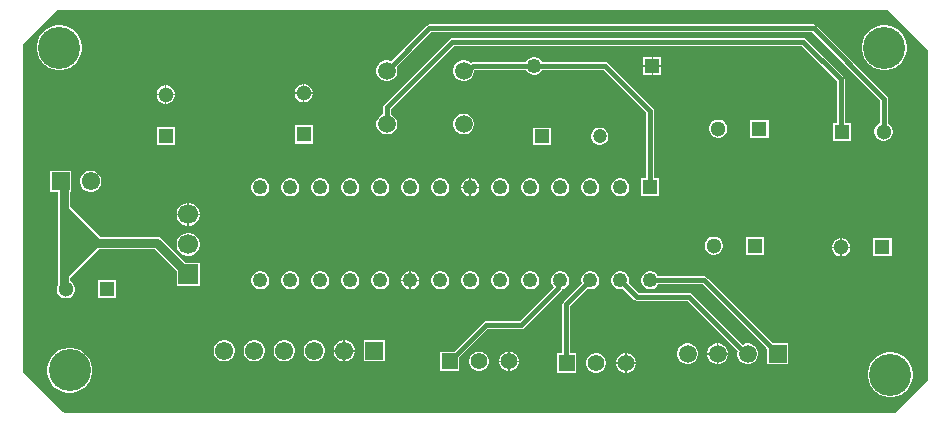
<source format=gtl>
G04*
G04 #@! TF.GenerationSoftware,Altium Limited,Altium Designer,23.4.1 (23)*
G04*
G04 Layer_Physical_Order=1*
G04 Layer_Color=255*
%FSLAX44Y44*%
%MOMM*%
G71*
G04*
G04 #@! TF.SameCoordinates,25470DFE-9127-4010-A817-713BFABC8644*
G04*
G04*
G04 #@! TF.FilePolarity,Positive*
G04*
G01*
G75*
%ADD14C,0.2540*%
%ADD22C,1.3000*%
%ADD23R,1.3000X1.3000*%
%ADD26R,1.3000X1.3000*%
%ADD27C,1.2500*%
%ADD28R,1.2500X1.2500*%
%ADD33C,1.5500*%
%ADD34R,1.5500X1.5500*%
%ADD35C,0.7620*%
%ADD36C,0.3810*%
%ADD37C,3.5560*%
%ADD38C,1.5000*%
%ADD39R,1.5000X1.5000*%
%ADD40R,1.2500X1.2500*%
%ADD41C,1.7000*%
%ADD42R,1.7000X1.7000*%
%ADD43C,1.4000*%
%ADD44R,1.4000X1.4000*%
%ADD45R,1.2000X1.2000*%
%ADD46C,1.2000*%
G36*
X1025391Y865295D02*
Y586315D01*
X997375Y558299D01*
X294971D01*
X291931Y559312D01*
X258579Y592665D01*
Y870375D01*
X287865Y899661D01*
X991025D01*
X1025391Y865295D01*
D02*
G37*
%LPC*%
G36*
X692670Y859690D02*
X690690D01*
X688777Y859177D01*
X687063Y858187D01*
X685663Y856787D01*
X684866Y855407D01*
X639920D01*
X638681Y855161D01*
X637782Y854560D01*
X637325Y855018D01*
X635325Y856172D01*
X633095Y856770D01*
X630785D01*
X628555Y856172D01*
X626555Y855018D01*
X624922Y853385D01*
X623768Y851385D01*
X623170Y849155D01*
Y846845D01*
X623768Y844615D01*
X624922Y842615D01*
X626555Y840982D01*
X628555Y839828D01*
X630785Y839230D01*
X633095D01*
X635325Y839828D01*
X637325Y840982D01*
X638958Y842615D01*
X640112Y844615D01*
X640710Y846845D01*
Y848382D01*
X641261Y848933D01*
X684866D01*
X685663Y847553D01*
X687063Y846152D01*
X688777Y845163D01*
X690690Y844650D01*
X692670D01*
X694583Y845163D01*
X696297Y846152D01*
X697698Y847553D01*
X698494Y848933D01*
X750499D01*
X786703Y812729D01*
Y756820D01*
X782420D01*
Y741780D01*
X797460D01*
Y756820D01*
X793177D01*
Y814070D01*
X792931Y815309D01*
X792229Y816359D01*
X754129Y854459D01*
X753079Y855161D01*
X751840Y855407D01*
X698494D01*
X697698Y856787D01*
X696297Y858187D01*
X694583Y859177D01*
X692670Y859690D01*
D02*
G37*
G36*
X799200D02*
X792315D01*
Y852805D01*
X799200D01*
Y859690D01*
D02*
G37*
G36*
X791045D02*
X784160D01*
Y852805D01*
X791045D01*
Y859690D01*
D02*
G37*
G36*
X989936Y886460D02*
X986184D01*
X982503Y885728D01*
X979036Y884292D01*
X975916Y882207D01*
X973263Y879554D01*
X971178Y876434D01*
X969742Y872967D01*
X969010Y869286D01*
Y865534D01*
X969742Y861853D01*
X971178Y858386D01*
X973263Y855266D01*
X975916Y852613D01*
X979036Y850528D01*
X982503Y849092D01*
X986184Y848360D01*
X989936D01*
X993617Y849092D01*
X997084Y850528D01*
X1000204Y852613D01*
X1002857Y855266D01*
X1004942Y858386D01*
X1006378Y861853D01*
X1007110Y865534D01*
Y869286D01*
X1006378Y872967D01*
X1004942Y876434D01*
X1002857Y879554D01*
X1000204Y882207D01*
X997084Y884292D01*
X993617Y885728D01*
X989936Y886460D01*
D02*
G37*
G36*
X291436D02*
X287684D01*
X284003Y885728D01*
X280536Y884292D01*
X277416Y882207D01*
X274763Y879554D01*
X272678Y876434D01*
X271242Y872967D01*
X270510Y869286D01*
Y865534D01*
X271242Y861853D01*
X272678Y858386D01*
X274763Y855266D01*
X277416Y852613D01*
X280536Y850528D01*
X284003Y849092D01*
X287684Y848360D01*
X291436D01*
X295117Y849092D01*
X298584Y850528D01*
X301704Y852613D01*
X304357Y855266D01*
X306442Y858386D01*
X307878Y861853D01*
X308610Y865534D01*
Y869286D01*
X307878Y872967D01*
X306442Y876434D01*
X304357Y879554D01*
X301704Y882207D01*
X298584Y884292D01*
X295117Y885728D01*
X291436Y886460D01*
D02*
G37*
G36*
X799200Y851535D02*
X792315D01*
Y844650D01*
X799200D01*
Y851535D01*
D02*
G37*
G36*
X791045D02*
X784160D01*
Y844650D01*
X791045D01*
Y851535D01*
D02*
G37*
G36*
X497593Y836800D02*
X497205D01*
Y829665D01*
X504340D01*
Y830053D01*
X503811Y832029D01*
X502788Y833801D01*
X501341Y835247D01*
X499569Y836271D01*
X497593Y836800D01*
D02*
G37*
G36*
X495935D02*
X495547D01*
X493571Y836271D01*
X491799Y835247D01*
X490353Y833801D01*
X489329Y832029D01*
X488800Y830053D01*
Y829665D01*
X495935D01*
Y836800D01*
D02*
G37*
G36*
X380753Y835530D02*
X380365D01*
Y828395D01*
X387500D01*
Y828783D01*
X386970Y830759D01*
X385947Y832531D01*
X384501Y833978D01*
X382729Y835001D01*
X380753Y835530D01*
D02*
G37*
G36*
X379095D02*
X378707D01*
X376731Y835001D01*
X374959Y833978D01*
X373512Y832531D01*
X372490Y830759D01*
X371960Y828783D01*
Y828395D01*
X379095D01*
Y835530D01*
D02*
G37*
G36*
X504340Y828395D02*
X497205D01*
Y821260D01*
X497593D01*
X499569Y821789D01*
X501341Y822812D01*
X502788Y824259D01*
X503811Y826031D01*
X504340Y828007D01*
Y828395D01*
D02*
G37*
G36*
X495935D02*
X488800D01*
Y828007D01*
X489329Y826031D01*
X490353Y824259D01*
X491799Y822812D01*
X493571Y821789D01*
X495547Y821260D01*
X495935D01*
Y828395D01*
D02*
G37*
G36*
X387500Y827125D02*
X380365D01*
Y819990D01*
X380753D01*
X382729Y820519D01*
X384501Y821543D01*
X385947Y822989D01*
X386970Y824761D01*
X387500Y826737D01*
Y827125D01*
D02*
G37*
G36*
X379095D02*
X371960D01*
Y826737D01*
X372490Y824761D01*
X373512Y822989D01*
X374959Y821543D01*
X376731Y820519D01*
X378707Y819990D01*
X379095D01*
Y827125D01*
D02*
G37*
G36*
X633095Y811770D02*
X630785D01*
X628555Y811172D01*
X626555Y810018D01*
X624922Y808385D01*
X623768Y806385D01*
X623170Y804155D01*
Y801845D01*
X623768Y799615D01*
X624922Y797615D01*
X626555Y795982D01*
X628555Y794828D01*
X630785Y794230D01*
X633095D01*
X635325Y794828D01*
X637325Y795982D01*
X638958Y797615D01*
X640112Y799615D01*
X640710Y801845D01*
Y804155D01*
X640112Y806385D01*
X638958Y808385D01*
X637325Y810018D01*
X635325Y811172D01*
X633095Y811770D01*
D02*
G37*
G36*
X890140Y806600D02*
X874600D01*
Y791060D01*
X890140D01*
Y806600D01*
D02*
G37*
G36*
X848393D02*
X846347D01*
X844371Y806070D01*
X842599Y805048D01*
X841152Y803601D01*
X840129Y801829D01*
X839600Y799853D01*
Y797807D01*
X840129Y795831D01*
X841152Y794059D01*
X842599Y792613D01*
X844371Y791590D01*
X846347Y791060D01*
X848393D01*
X850369Y791590D01*
X852141Y792613D01*
X853587Y794059D01*
X854611Y795831D01*
X855140Y797807D01*
Y799853D01*
X854611Y801829D01*
X853587Y803601D01*
X852141Y805048D01*
X850369Y806070D01*
X848393Y806600D01*
D02*
G37*
G36*
X928370Y887157D02*
X602860D01*
X601621Y886911D01*
X600571Y886209D01*
X570458Y856096D01*
X570325Y856172D01*
X568095Y856770D01*
X565785D01*
X563555Y856172D01*
X561555Y855018D01*
X559922Y853385D01*
X558768Y851385D01*
X558170Y849155D01*
Y846845D01*
X558768Y844615D01*
X559922Y842615D01*
X561555Y840982D01*
X563555Y839828D01*
X565785Y839230D01*
X568095D01*
X570325Y839828D01*
X572325Y840982D01*
X573958Y842615D01*
X575112Y844615D01*
X575710Y846845D01*
Y849155D01*
X575112Y851385D01*
X575036Y851518D01*
X604201Y880683D01*
X927029D01*
X984823Y822889D01*
Y803617D01*
X984501Y803531D01*
X982729Y802507D01*
X981282Y801061D01*
X980259Y799289D01*
X979730Y797313D01*
Y795267D01*
X980259Y793291D01*
X981282Y791519D01*
X982729Y790072D01*
X984501Y789050D01*
X986477Y788520D01*
X988523D01*
X990499Y789050D01*
X992271Y790072D01*
X993717Y791519D01*
X994741Y793291D01*
X995270Y795267D01*
Y797313D01*
X994741Y799289D01*
X993717Y801061D01*
X992271Y802507D01*
X991297Y803070D01*
Y824230D01*
X991051Y825469D01*
X990349Y826519D01*
X930659Y886209D01*
X929609Y886911D01*
X928370Y887157D01*
D02*
G37*
G36*
X919480Y875727D02*
X622300D01*
X621061Y875481D01*
X620011Y874779D01*
X564651Y819419D01*
X563949Y818369D01*
X563703Y817130D01*
Y811212D01*
X563555Y811172D01*
X561555Y810018D01*
X559922Y808385D01*
X558768Y806385D01*
X558170Y804155D01*
Y801845D01*
X558768Y799615D01*
X559922Y797615D01*
X561555Y795982D01*
X563555Y794828D01*
X565785Y794230D01*
X568095D01*
X570325Y794828D01*
X572325Y795982D01*
X573958Y797615D01*
X575112Y799615D01*
X575710Y801845D01*
Y804155D01*
X575112Y806385D01*
X573958Y808385D01*
X572325Y810018D01*
X570325Y811172D01*
X570177Y811212D01*
Y815789D01*
X623641Y869253D01*
X918139D01*
X947993Y839399D01*
Y804060D01*
X944730D01*
Y788520D01*
X960270D01*
Y804060D01*
X954467D01*
Y840740D01*
X954221Y841979D01*
X953519Y843029D01*
X921769Y874779D01*
X920719Y875481D01*
X919480Y875727D01*
D02*
G37*
G36*
X504340Y801800D02*
X488800D01*
Y786260D01*
X504340D01*
Y801800D01*
D02*
G37*
G36*
X747987Y799750D02*
X746073D01*
X744224Y799255D01*
X742566Y798297D01*
X741213Y796944D01*
X740255Y795286D01*
X739760Y793437D01*
Y791523D01*
X740255Y789674D01*
X741213Y788016D01*
X742566Y786663D01*
X744224Y785705D01*
X746073Y785210D01*
X747987D01*
X749836Y785705D01*
X751494Y786663D01*
X752847Y788016D01*
X753805Y789674D01*
X754300Y791523D01*
Y793437D01*
X753805Y795286D01*
X752847Y796944D01*
X751494Y798297D01*
X749836Y799255D01*
X747987Y799750D01*
D02*
G37*
G36*
X705500D02*
X690960D01*
Y785210D01*
X705500D01*
Y799750D01*
D02*
G37*
G36*
X387500Y800530D02*
X371960D01*
Y784990D01*
X387500D01*
Y800530D01*
D02*
G37*
G36*
X638530Y756820D02*
X638175D01*
Y749935D01*
X645060D01*
Y750290D01*
X644548Y752203D01*
X643558Y753917D01*
X642157Y755318D01*
X640443Y756308D01*
X638530Y756820D01*
D02*
G37*
G36*
X636905D02*
X636550D01*
X634637Y756308D01*
X632923Y755318D01*
X631522Y753917D01*
X630532Y752203D01*
X630020Y750290D01*
Y749935D01*
X636905D01*
Y756820D01*
D02*
G37*
G36*
X317418Y763400D02*
X315042D01*
X312748Y762785D01*
X310692Y761598D01*
X309012Y759918D01*
X307825Y757862D01*
X307210Y755567D01*
Y753193D01*
X307825Y750898D01*
X309012Y748842D01*
X310692Y747162D01*
X312748Y745975D01*
X315042Y745360D01*
X317418D01*
X319712Y745975D01*
X321768Y747162D01*
X323448Y748842D01*
X324635Y750898D01*
X325250Y753193D01*
Y755567D01*
X324635Y757862D01*
X323448Y759918D01*
X321768Y761598D01*
X319712Y762785D01*
X317418Y763400D01*
D02*
G37*
G36*
X765530Y756820D02*
X763550D01*
X761637Y756308D01*
X759923Y755318D01*
X758522Y753917D01*
X757533Y752203D01*
X757020Y750290D01*
Y748310D01*
X757533Y746397D01*
X758522Y744683D01*
X759923Y743282D01*
X761637Y742292D01*
X763550Y741780D01*
X765530D01*
X767443Y742292D01*
X769157Y743282D01*
X770557Y744683D01*
X771547Y746397D01*
X772060Y748310D01*
Y750290D01*
X771547Y752203D01*
X770557Y753917D01*
X769157Y755318D01*
X767443Y756308D01*
X765530Y756820D01*
D02*
G37*
G36*
X740130D02*
X738150D01*
X736237Y756308D01*
X734523Y755318D01*
X733122Y753917D01*
X732132Y752203D01*
X731620Y750290D01*
Y748310D01*
X732132Y746397D01*
X733122Y744683D01*
X734523Y743282D01*
X736237Y742292D01*
X738150Y741780D01*
X740130D01*
X742043Y742292D01*
X743757Y743282D01*
X745157Y744683D01*
X746148Y746397D01*
X746660Y748310D01*
Y750290D01*
X746148Y752203D01*
X745157Y753917D01*
X743757Y755318D01*
X742043Y756308D01*
X740130Y756820D01*
D02*
G37*
G36*
X714730D02*
X712750D01*
X710837Y756308D01*
X709123Y755318D01*
X707722Y753917D01*
X706732Y752203D01*
X706220Y750290D01*
Y748310D01*
X706732Y746397D01*
X707722Y744683D01*
X709123Y743282D01*
X710837Y742292D01*
X712750Y741780D01*
X714730D01*
X716643Y742292D01*
X718357Y743282D01*
X719758Y744683D01*
X720748Y746397D01*
X721260Y748310D01*
Y750290D01*
X720748Y752203D01*
X719758Y753917D01*
X718357Y755318D01*
X716643Y756308D01*
X714730Y756820D01*
D02*
G37*
G36*
X689330D02*
X687350D01*
X685437Y756308D01*
X683723Y755318D01*
X682322Y753917D01*
X681332Y752203D01*
X680820Y750290D01*
Y748310D01*
X681332Y746397D01*
X682322Y744683D01*
X683723Y743282D01*
X685437Y742292D01*
X687350Y741780D01*
X689330D01*
X691243Y742292D01*
X692957Y743282D01*
X694358Y744683D01*
X695348Y746397D01*
X695860Y748310D01*
Y750290D01*
X695348Y752203D01*
X694358Y753917D01*
X692957Y755318D01*
X691243Y756308D01*
X689330Y756820D01*
D02*
G37*
G36*
X663930D02*
X661950D01*
X660037Y756308D01*
X658323Y755318D01*
X656923Y753917D01*
X655932Y752203D01*
X655420Y750290D01*
Y748310D01*
X655932Y746397D01*
X656923Y744683D01*
X658323Y743282D01*
X660037Y742292D01*
X661950Y741780D01*
X663930D01*
X665843Y742292D01*
X667557Y743282D01*
X668958Y744683D01*
X669948Y746397D01*
X670460Y748310D01*
Y750290D01*
X669948Y752203D01*
X668958Y753917D01*
X667557Y755318D01*
X665843Y756308D01*
X663930Y756820D01*
D02*
G37*
G36*
X645060Y748665D02*
X638175D01*
Y741780D01*
X638530D01*
X640443Y742292D01*
X642157Y743282D01*
X643558Y744683D01*
X644548Y746397D01*
X645060Y748310D01*
Y748665D01*
D02*
G37*
G36*
X636905D02*
X630020D01*
Y748310D01*
X630532Y746397D01*
X631522Y744683D01*
X632923Y743282D01*
X634637Y742292D01*
X636550Y741780D01*
X636905D01*
Y748665D01*
D02*
G37*
G36*
X613130Y756820D02*
X611150D01*
X609237Y756308D01*
X607523Y755318D01*
X606123Y753917D01*
X605132Y752203D01*
X604620Y750290D01*
Y748310D01*
X605132Y746397D01*
X606123Y744683D01*
X607523Y743282D01*
X609237Y742292D01*
X611150Y741780D01*
X613130D01*
X615043Y742292D01*
X616757Y743282D01*
X618158Y744683D01*
X619147Y746397D01*
X619660Y748310D01*
Y750290D01*
X619147Y752203D01*
X618158Y753917D01*
X616757Y755318D01*
X615043Y756308D01*
X613130Y756820D01*
D02*
G37*
G36*
X587730D02*
X585750D01*
X583837Y756308D01*
X582123Y755318D01*
X580723Y753917D01*
X579733Y752203D01*
X579220Y750290D01*
Y748310D01*
X579733Y746397D01*
X580723Y744683D01*
X582123Y743282D01*
X583837Y742292D01*
X585750Y741780D01*
X587730D01*
X589643Y742292D01*
X591357Y743282D01*
X592757Y744683D01*
X593747Y746397D01*
X594260Y748310D01*
Y750290D01*
X593747Y752203D01*
X592757Y753917D01*
X591357Y755318D01*
X589643Y756308D01*
X587730Y756820D01*
D02*
G37*
G36*
X562330D02*
X560350D01*
X558437Y756308D01*
X556723Y755318D01*
X555322Y753917D01*
X554333Y752203D01*
X553820Y750290D01*
Y748310D01*
X554333Y746397D01*
X555322Y744683D01*
X556723Y743282D01*
X558437Y742292D01*
X560350Y741780D01*
X562330D01*
X564243Y742292D01*
X565957Y743282D01*
X567357Y744683D01*
X568348Y746397D01*
X568860Y748310D01*
Y750290D01*
X568348Y752203D01*
X567357Y753917D01*
X565957Y755318D01*
X564243Y756308D01*
X562330Y756820D01*
D02*
G37*
G36*
X536930D02*
X534950D01*
X533037Y756308D01*
X531323Y755318D01*
X529922Y753917D01*
X528932Y752203D01*
X528420Y750290D01*
Y748310D01*
X528932Y746397D01*
X529922Y744683D01*
X531323Y743282D01*
X533037Y742292D01*
X534950Y741780D01*
X536930D01*
X538843Y742292D01*
X540557Y743282D01*
X541958Y744683D01*
X542948Y746397D01*
X543460Y748310D01*
Y750290D01*
X542948Y752203D01*
X541958Y753917D01*
X540557Y755318D01*
X538843Y756308D01*
X536930Y756820D01*
D02*
G37*
G36*
X511530D02*
X509550D01*
X507637Y756308D01*
X505923Y755318D01*
X504523Y753917D01*
X503532Y752203D01*
X503020Y750290D01*
Y748310D01*
X503532Y746397D01*
X504523Y744683D01*
X505923Y743282D01*
X507637Y742292D01*
X509550Y741780D01*
X511530D01*
X513443Y742292D01*
X515157Y743282D01*
X516558Y744683D01*
X517547Y746397D01*
X518060Y748310D01*
Y750290D01*
X517547Y752203D01*
X516558Y753917D01*
X515157Y755318D01*
X513443Y756308D01*
X511530Y756820D01*
D02*
G37*
G36*
X486130D02*
X484150D01*
X482237Y756308D01*
X480523Y755318D01*
X479123Y753917D01*
X478133Y752203D01*
X477620Y750290D01*
Y748310D01*
X478133Y746397D01*
X479123Y744683D01*
X480523Y743282D01*
X482237Y742292D01*
X484150Y741780D01*
X486130D01*
X488043Y742292D01*
X489757Y743282D01*
X491157Y744683D01*
X492147Y746397D01*
X492660Y748310D01*
Y750290D01*
X492147Y752203D01*
X491157Y753917D01*
X489757Y755318D01*
X488043Y756308D01*
X486130Y756820D01*
D02*
G37*
G36*
X460730D02*
X458750D01*
X456837Y756308D01*
X455123Y755318D01*
X453722Y753917D01*
X452733Y752203D01*
X452220Y750290D01*
Y748310D01*
X452733Y746397D01*
X453722Y744683D01*
X455123Y743282D01*
X456837Y742292D01*
X458750Y741780D01*
X460730D01*
X462643Y742292D01*
X464357Y743282D01*
X465757Y744683D01*
X466748Y746397D01*
X467260Y748310D01*
Y750290D01*
X466748Y752203D01*
X465757Y753917D01*
X464357Y755318D01*
X462643Y756308D01*
X460730Y756820D01*
D02*
G37*
G36*
X400066Y736210D02*
X399415D01*
Y727075D01*
X408550D01*
Y727726D01*
X407884Y730211D01*
X406598Y732439D01*
X404779Y734258D01*
X402551Y735544D01*
X400066Y736210D01*
D02*
G37*
G36*
X398145D02*
X397494D01*
X395009Y735544D01*
X392781Y734258D01*
X390962Y732439D01*
X389676Y730211D01*
X389010Y727726D01*
Y727075D01*
X398145D01*
Y736210D01*
D02*
G37*
G36*
X408550Y725805D02*
X399415D01*
Y716670D01*
X400066D01*
X402551Y717336D01*
X404779Y718622D01*
X406598Y720441D01*
X407884Y722669D01*
X408550Y725154D01*
Y725805D01*
D02*
G37*
G36*
X398145D02*
X389010D01*
Y725154D01*
X389676Y722669D01*
X390962Y720441D01*
X392781Y718622D01*
X395009Y717336D01*
X397494Y716670D01*
X398145D01*
Y725805D01*
D02*
G37*
G36*
X952533Y706270D02*
X952145D01*
Y699135D01*
X959280D01*
Y699523D01*
X958751Y701499D01*
X957728Y703271D01*
X956281Y704717D01*
X954509Y705741D01*
X952533Y706270D01*
D02*
G37*
G36*
X950875D02*
X950487D01*
X948511Y705741D01*
X946739Y704717D01*
X945293Y703271D01*
X944269Y701499D01*
X943740Y699523D01*
Y699135D01*
X950875D01*
Y706270D01*
D02*
G37*
G36*
X886610Y707540D02*
X871070D01*
Y692000D01*
X886610D01*
Y707540D01*
D02*
G37*
G36*
X844863D02*
X842817D01*
X840841Y707010D01*
X839069Y705987D01*
X837623Y704541D01*
X836600Y702769D01*
X836070Y700793D01*
Y698747D01*
X836600Y696771D01*
X837623Y694999D01*
X839069Y693552D01*
X840841Y692530D01*
X842817Y692000D01*
X844863D01*
X846839Y692530D01*
X848611Y693552D01*
X850058Y694999D01*
X851080Y696771D01*
X851610Y698747D01*
Y700793D01*
X851080Y702769D01*
X850058Y704541D01*
X848611Y705987D01*
X846839Y707010D01*
X844863Y707540D01*
D02*
G37*
G36*
X400066Y710810D02*
X397494D01*
X395009Y710144D01*
X392781Y708858D01*
X390962Y707039D01*
X389676Y704811D01*
X389010Y702326D01*
Y699754D01*
X389676Y697269D01*
X390962Y695041D01*
X392781Y693222D01*
X395009Y691936D01*
X397494Y691270D01*
X400066D01*
X402551Y691936D01*
X404779Y693222D01*
X406598Y695041D01*
X407884Y697269D01*
X408550Y699754D01*
Y702326D01*
X407884Y704811D01*
X406598Y707039D01*
X404779Y708858D01*
X402551Y710144D01*
X400066Y710810D01*
D02*
G37*
G36*
X994280Y706270D02*
X978740D01*
Y690730D01*
X994280D01*
Y706270D01*
D02*
G37*
G36*
X959280Y697865D02*
X952145D01*
Y690730D01*
X952533D01*
X954509Y691260D01*
X956281Y692282D01*
X957728Y693729D01*
X958751Y695501D01*
X959280Y697477D01*
Y697865D01*
D02*
G37*
G36*
X950875D02*
X943740D01*
Y697477D01*
X944269Y695501D01*
X945293Y693729D01*
X946739Y692282D01*
X948511Y691260D01*
X950487Y690730D01*
X950875D01*
Y697865D01*
D02*
G37*
G36*
X587730Y678080D02*
X587375D01*
Y671195D01*
X594260D01*
Y671550D01*
X593747Y673463D01*
X592757Y675177D01*
X591357Y676578D01*
X589643Y677568D01*
X587730Y678080D01*
D02*
G37*
G36*
X586105D02*
X585750D01*
X583837Y677568D01*
X582123Y676578D01*
X580723Y675177D01*
X579733Y673463D01*
X579220Y671550D01*
Y671195D01*
X586105D01*
Y678080D01*
D02*
G37*
G36*
X299850Y763400D02*
X281810D01*
Y745360D01*
X288470D01*
Y702310D01*
Y666824D01*
X287959Y665939D01*
X287430Y663963D01*
Y661917D01*
X287959Y659941D01*
X288983Y658169D01*
X290429Y656722D01*
X292201Y655699D01*
X294177Y655170D01*
X296223D01*
X298199Y655699D01*
X299971Y656722D01*
X301418Y658169D01*
X302440Y659941D01*
X302970Y661917D01*
Y663963D01*
X302440Y665939D01*
X301418Y667711D01*
X299971Y669157D01*
X298829Y669817D01*
Y672805D01*
X323154Y697131D01*
X369965D01*
X389010Y678085D01*
Y665870D01*
X408550D01*
Y685410D01*
X396335D01*
X375773Y705973D01*
X374092Y707095D01*
X372110Y707489D01*
X324425D01*
X298829Y733084D01*
Y745360D01*
X299850D01*
Y763400D01*
D02*
G37*
G36*
X740130Y678080D02*
X738150D01*
X736237Y677568D01*
X734523Y676578D01*
X733122Y675177D01*
X732132Y673463D01*
X731620Y671550D01*
Y669570D01*
X732032Y668031D01*
X716531Y652529D01*
X715829Y651479D01*
X715583Y650240D01*
Y608980D01*
X710950D01*
Y592440D01*
X727490D01*
Y608980D01*
X722057D01*
Y648899D01*
X736611Y663453D01*
X738150Y663040D01*
X740130D01*
X742043Y663552D01*
X743757Y664542D01*
X745157Y665943D01*
X746148Y667657D01*
X746660Y669570D01*
Y671550D01*
X746148Y673463D01*
X745157Y675177D01*
X743757Y676578D01*
X742043Y677568D01*
X740130Y678080D01*
D02*
G37*
G36*
X689330D02*
X687350D01*
X685437Y677568D01*
X683723Y676578D01*
X682322Y675177D01*
X681332Y673463D01*
X680820Y671550D01*
Y669570D01*
X681332Y667657D01*
X682322Y665943D01*
X683723Y664542D01*
X685437Y663552D01*
X687350Y663040D01*
X689330D01*
X691243Y663552D01*
X692957Y664542D01*
X694358Y665943D01*
X695348Y667657D01*
X695860Y669570D01*
Y671550D01*
X695348Y673463D01*
X694358Y675177D01*
X692957Y676578D01*
X691243Y677568D01*
X689330Y678080D01*
D02*
G37*
G36*
X663930D02*
X661950D01*
X660037Y677568D01*
X658323Y676578D01*
X656923Y675177D01*
X655932Y673463D01*
X655420Y671550D01*
Y669570D01*
X655932Y667657D01*
X656923Y665943D01*
X658323Y664542D01*
X660037Y663552D01*
X661950Y663040D01*
X663930D01*
X665843Y663552D01*
X667557Y664542D01*
X668958Y665943D01*
X669948Y667657D01*
X670460Y669570D01*
Y671550D01*
X669948Y673463D01*
X668958Y675177D01*
X667557Y676578D01*
X665843Y677568D01*
X663930Y678080D01*
D02*
G37*
G36*
X638530D02*
X636550D01*
X634637Y677568D01*
X632923Y676578D01*
X631522Y675177D01*
X630532Y673463D01*
X630020Y671550D01*
Y669570D01*
X630532Y667657D01*
X631522Y665943D01*
X632923Y664542D01*
X634637Y663552D01*
X636550Y663040D01*
X638530D01*
X640443Y663552D01*
X642157Y664542D01*
X643558Y665943D01*
X644548Y667657D01*
X645060Y669570D01*
Y671550D01*
X644548Y673463D01*
X643558Y675177D01*
X642157Y676578D01*
X640443Y677568D01*
X638530Y678080D01*
D02*
G37*
G36*
X613130D02*
X611150D01*
X609237Y677568D01*
X607523Y676578D01*
X606123Y675177D01*
X605132Y673463D01*
X604620Y671550D01*
Y669570D01*
X605132Y667657D01*
X606123Y665943D01*
X607523Y664542D01*
X609237Y663552D01*
X611150Y663040D01*
X613130D01*
X615043Y663552D01*
X616757Y664542D01*
X618158Y665943D01*
X619147Y667657D01*
X619660Y669570D01*
Y671550D01*
X619147Y673463D01*
X618158Y675177D01*
X616757Y676578D01*
X615043Y677568D01*
X613130Y678080D01*
D02*
G37*
G36*
X594260Y669925D02*
X587375D01*
Y663040D01*
X587730D01*
X589643Y663552D01*
X591357Y664542D01*
X592757Y665943D01*
X593747Y667657D01*
X594260Y669570D01*
Y669925D01*
D02*
G37*
G36*
X586105D02*
X579220D01*
Y669570D01*
X579733Y667657D01*
X580723Y665943D01*
X582123Y664542D01*
X583837Y663552D01*
X585750Y663040D01*
X586105D01*
Y669925D01*
D02*
G37*
G36*
X562330Y678080D02*
X560350D01*
X558437Y677568D01*
X556723Y676578D01*
X555322Y675177D01*
X554333Y673463D01*
X553820Y671550D01*
Y669570D01*
X554333Y667657D01*
X555322Y665943D01*
X556723Y664542D01*
X558437Y663552D01*
X560350Y663040D01*
X562330D01*
X564243Y663552D01*
X565957Y664542D01*
X567357Y665943D01*
X568348Y667657D01*
X568860Y669570D01*
Y671550D01*
X568348Y673463D01*
X567357Y675177D01*
X565957Y676578D01*
X564243Y677568D01*
X562330Y678080D01*
D02*
G37*
G36*
X536930D02*
X534950D01*
X533037Y677568D01*
X531323Y676578D01*
X529922Y675177D01*
X528932Y673463D01*
X528420Y671550D01*
Y669570D01*
X528932Y667657D01*
X529922Y665943D01*
X531323Y664542D01*
X533037Y663552D01*
X534950Y663040D01*
X536930D01*
X538843Y663552D01*
X540557Y664542D01*
X541958Y665943D01*
X542948Y667657D01*
X543460Y669570D01*
Y671550D01*
X542948Y673463D01*
X541958Y675177D01*
X540557Y676578D01*
X538843Y677568D01*
X536930Y678080D01*
D02*
G37*
G36*
X511530D02*
X509550D01*
X507637Y677568D01*
X505923Y676578D01*
X504523Y675177D01*
X503532Y673463D01*
X503020Y671550D01*
Y669570D01*
X503532Y667657D01*
X504523Y665943D01*
X505923Y664542D01*
X507637Y663552D01*
X509550Y663040D01*
X511530D01*
X513443Y663552D01*
X515157Y664542D01*
X516558Y665943D01*
X517547Y667657D01*
X518060Y669570D01*
Y671550D01*
X517547Y673463D01*
X516558Y675177D01*
X515157Y676578D01*
X513443Y677568D01*
X511530Y678080D01*
D02*
G37*
G36*
X486130D02*
X484150D01*
X482237Y677568D01*
X480523Y676578D01*
X479123Y675177D01*
X478133Y673463D01*
X477620Y671550D01*
Y669570D01*
X478133Y667657D01*
X479123Y665943D01*
X480523Y664542D01*
X482237Y663552D01*
X484150Y663040D01*
X486130D01*
X488043Y663552D01*
X489757Y664542D01*
X491157Y665943D01*
X492147Y667657D01*
X492660Y669570D01*
Y671550D01*
X492147Y673463D01*
X491157Y675177D01*
X489757Y676578D01*
X488043Y677568D01*
X486130Y678080D01*
D02*
G37*
G36*
X460730D02*
X458750D01*
X456837Y677568D01*
X455123Y676578D01*
X453722Y675177D01*
X452733Y673463D01*
X452220Y671550D01*
Y669570D01*
X452733Y667657D01*
X453722Y665943D01*
X455123Y664542D01*
X456837Y663552D01*
X458750Y663040D01*
X460730D01*
X462643Y663552D01*
X464357Y664542D01*
X465757Y665943D01*
X466748Y667657D01*
X467260Y669570D01*
Y671550D01*
X466748Y673463D01*
X465757Y675177D01*
X464357Y676578D01*
X462643Y677568D01*
X460730Y678080D01*
D02*
G37*
G36*
X337970Y670710D02*
X322430D01*
Y655170D01*
X337970D01*
Y670710D01*
D02*
G37*
G36*
X532048Y619890D02*
X531495D01*
Y611505D01*
X539880D01*
Y612057D01*
X539265Y614352D01*
X538078Y616408D01*
X536398Y618088D01*
X534342Y619275D01*
X532048Y619890D01*
D02*
G37*
G36*
X530225D02*
X529673D01*
X527378Y619275D01*
X525322Y618088D01*
X523642Y616408D01*
X522455Y614352D01*
X521840Y612057D01*
Y611505D01*
X530225D01*
Y619890D01*
D02*
G37*
G36*
X848245Y617100D02*
X847725D01*
Y608965D01*
X855860D01*
Y609485D01*
X855262Y611715D01*
X854108Y613715D01*
X852475Y615348D01*
X850475Y616502D01*
X848245Y617100D01*
D02*
G37*
G36*
X846455D02*
X845935D01*
X843705Y616502D01*
X841705Y615348D01*
X840072Y613715D01*
X838918Y611715D01*
X838320Y609485D01*
Y608965D01*
X846455D01*
Y617100D01*
D02*
G37*
G36*
X671249Y610250D02*
X670795D01*
Y602615D01*
X678430D01*
Y603069D01*
X677866Y605172D01*
X676778Y607058D01*
X675238Y608598D01*
X673352Y609686D01*
X671249Y610250D01*
D02*
G37*
G36*
X669525D02*
X669071D01*
X666968Y609686D01*
X665082Y608598D01*
X663542Y607058D01*
X662454Y605172D01*
X661890Y603069D01*
Y602615D01*
X669525D01*
Y610250D01*
D02*
G37*
G36*
X565280Y619890D02*
X547240D01*
Y601850D01*
X565280D01*
Y619890D01*
D02*
G37*
G36*
X539880Y610235D02*
X531495D01*
Y601850D01*
X532048D01*
X534342Y602465D01*
X536398Y603652D01*
X538078Y605332D01*
X539265Y607388D01*
X539880Y609683D01*
Y610235D01*
D02*
G37*
G36*
X530225D02*
X521840D01*
Y609683D01*
X522455Y607388D01*
X523642Y605332D01*
X525322Y603652D01*
X527378Y602465D01*
X529673Y601850D01*
X530225D01*
Y610235D01*
D02*
G37*
G36*
X506647Y619890D02*
X504272D01*
X501978Y619275D01*
X499922Y618088D01*
X498242Y616408D01*
X497055Y614352D01*
X496440Y612057D01*
Y609683D01*
X497055Y607388D01*
X498242Y605332D01*
X499922Y603652D01*
X501978Y602465D01*
X504272Y601850D01*
X506647D01*
X508942Y602465D01*
X510998Y603652D01*
X512678Y605332D01*
X513865Y607388D01*
X514480Y609683D01*
Y612057D01*
X513865Y614352D01*
X512678Y616408D01*
X510998Y618088D01*
X508942Y619275D01*
X506647Y619890D01*
D02*
G37*
G36*
X481247D02*
X478872D01*
X476578Y619275D01*
X474522Y618088D01*
X472842Y616408D01*
X471655Y614352D01*
X471040Y612057D01*
Y609683D01*
X471655Y607388D01*
X472842Y605332D01*
X474522Y603652D01*
X476578Y602465D01*
X478872Y601850D01*
X481247D01*
X483542Y602465D01*
X485598Y603652D01*
X487278Y605332D01*
X488465Y607388D01*
X489080Y609683D01*
Y612057D01*
X488465Y614352D01*
X487278Y616408D01*
X485598Y618088D01*
X483542Y619275D01*
X481247Y619890D01*
D02*
G37*
G36*
X455848D02*
X453473D01*
X451178Y619275D01*
X449122Y618088D01*
X447442Y616408D01*
X446255Y614352D01*
X445640Y612057D01*
Y609683D01*
X446255Y607388D01*
X447442Y605332D01*
X449122Y603652D01*
X451178Y602465D01*
X453473Y601850D01*
X455848D01*
X458142Y602465D01*
X460198Y603652D01*
X461878Y605332D01*
X463065Y607388D01*
X463680Y609683D01*
Y612057D01*
X463065Y614352D01*
X461878Y616408D01*
X460198Y618088D01*
X458142Y619275D01*
X455848Y619890D01*
D02*
G37*
G36*
X430448D02*
X428073D01*
X425778Y619275D01*
X423722Y618088D01*
X422042Y616408D01*
X420855Y614352D01*
X420240Y612057D01*
Y609683D01*
X420855Y607388D01*
X422042Y605332D01*
X423722Y603652D01*
X425778Y602465D01*
X428073Y601850D01*
X430448D01*
X432742Y602465D01*
X434798Y603652D01*
X436478Y605332D01*
X437665Y607388D01*
X438280Y609683D01*
Y612057D01*
X437665Y614352D01*
X436478Y616408D01*
X434798Y618088D01*
X432742Y619275D01*
X430448Y619890D01*
D02*
G37*
G36*
X770309Y608980D02*
X769855D01*
Y601345D01*
X777490D01*
Y601799D01*
X776926Y603902D01*
X775838Y605788D01*
X774298Y607328D01*
X772412Y608416D01*
X770309Y608980D01*
D02*
G37*
G36*
X768585D02*
X768131D01*
X766028Y608416D01*
X764142Y607328D01*
X762602Y605788D01*
X761514Y603902D01*
X760950Y601799D01*
Y601345D01*
X768585D01*
Y608980D01*
D02*
G37*
G36*
X790930Y678080D02*
X788950D01*
X787037Y677568D01*
X785323Y676578D01*
X783923Y675177D01*
X782933Y673463D01*
X782420Y671550D01*
Y669570D01*
X782933Y667657D01*
X783923Y665943D01*
X785323Y664542D01*
X787037Y663552D01*
X788950Y663040D01*
X790930D01*
X792843Y663552D01*
X794557Y664542D01*
X795957Y665943D01*
X796754Y667323D01*
X834319D01*
X889120Y612522D01*
Y599560D01*
X906660D01*
Y617100D01*
X893698D01*
X837949Y672849D01*
X836899Y673551D01*
X835660Y673797D01*
X796754D01*
X795957Y675177D01*
X794557Y676578D01*
X792843Y677568D01*
X790930Y678080D01*
D02*
G37*
G36*
X765530D02*
X763550D01*
X761637Y677568D01*
X759923Y676578D01*
X758522Y675177D01*
X757533Y673463D01*
X757020Y671550D01*
Y669570D01*
X757533Y667657D01*
X758522Y665943D01*
X759923Y664542D01*
X761637Y663552D01*
X763550Y663040D01*
X765530D01*
X767069Y663453D01*
X776221Y654301D01*
X777271Y653599D01*
X778510Y653353D01*
X821619D01*
X864093Y610878D01*
X863720Y609485D01*
Y607175D01*
X864318Y604945D01*
X865472Y602945D01*
X867105Y601312D01*
X869105Y600158D01*
X871335Y599560D01*
X873645D01*
X875875Y600158D01*
X877875Y601312D01*
X879508Y602945D01*
X880662Y604945D01*
X881260Y607175D01*
Y609485D01*
X880662Y611715D01*
X879508Y613715D01*
X877875Y615348D01*
X875875Y616502D01*
X873645Y617100D01*
X871335D01*
X869105Y616502D01*
X868167Y615961D01*
X825249Y658879D01*
X824199Y659581D01*
X822960Y659827D01*
X779851D01*
X771647Y668031D01*
X772060Y669570D01*
Y671550D01*
X771547Y673463D01*
X770557Y675177D01*
X769157Y676578D01*
X767443Y677568D01*
X765530Y678080D01*
D02*
G37*
G36*
X855860Y607695D02*
X847725D01*
Y599560D01*
X848245D01*
X850475Y600158D01*
X852475Y601312D01*
X854108Y602945D01*
X855262Y604945D01*
X855860Y607175D01*
Y607695D01*
D02*
G37*
G36*
X846455D02*
X838320D01*
Y607175D01*
X838918Y604945D01*
X840072Y602945D01*
X841705Y601312D01*
X843705Y600158D01*
X845935Y599560D01*
X846455D01*
Y607695D01*
D02*
G37*
G36*
X822845Y617100D02*
X820535D01*
X818305Y616502D01*
X816305Y615348D01*
X814672Y613715D01*
X813518Y611715D01*
X812920Y609485D01*
Y607175D01*
X813518Y604945D01*
X814672Y602945D01*
X816305Y601312D01*
X818305Y600158D01*
X820535Y599560D01*
X822845D01*
X825075Y600158D01*
X827075Y601312D01*
X828708Y602945D01*
X829862Y604945D01*
X830460Y607175D01*
Y609485D01*
X829862Y611715D01*
X828708Y613715D01*
X827075Y615348D01*
X825075Y616502D01*
X822845Y617100D01*
D02*
G37*
G36*
X678430Y601345D02*
X670795D01*
Y593710D01*
X671249D01*
X673352Y594274D01*
X675238Y595362D01*
X676778Y596902D01*
X677866Y598788D01*
X678430Y600891D01*
Y601345D01*
D02*
G37*
G36*
X669525D02*
X661890D01*
Y600891D01*
X662454Y598788D01*
X663542Y596902D01*
X665082Y595362D01*
X666968Y594274D01*
X669071Y593710D01*
X669525D01*
Y601345D01*
D02*
G37*
G36*
X646249Y610250D02*
X644071D01*
X641968Y609686D01*
X640082Y608598D01*
X638542Y607058D01*
X637454Y605172D01*
X636890Y603069D01*
Y600891D01*
X637454Y598788D01*
X638542Y596902D01*
X640082Y595362D01*
X641968Y594274D01*
X644071Y593710D01*
X646249D01*
X648352Y594274D01*
X650238Y595362D01*
X651778Y596902D01*
X652866Y598788D01*
X653430Y600891D01*
Y603069D01*
X652866Y605172D01*
X651778Y607058D01*
X650238Y608598D01*
X648352Y609686D01*
X646249Y610250D01*
D02*
G37*
G36*
X714730Y678080D02*
X712750D01*
X710837Y677568D01*
X709123Y676578D01*
X707722Y675177D01*
X706732Y673463D01*
X706220Y671550D01*
Y669570D01*
X706333Y669149D01*
X706235Y668654D01*
X706432Y667663D01*
X706993Y666823D01*
X707353Y666582D01*
X707722Y665943D01*
X708673Y664992D01*
X679385Y635703D01*
X650646D01*
X649407Y635457D01*
X648357Y634755D01*
X623852Y610250D01*
X611890D01*
Y593710D01*
X628430D01*
Y605672D01*
X651987Y629229D01*
X680726D01*
X681965Y629475D01*
X683015Y630177D01*
X714366Y661528D01*
X715068Y662578D01*
X715184Y663162D01*
X716643Y663552D01*
X718357Y664542D01*
X719758Y665943D01*
X720748Y667657D01*
X721260Y669570D01*
Y671550D01*
X720748Y673463D01*
X719758Y675177D01*
X718357Y676578D01*
X716643Y677568D01*
X714730Y678080D01*
D02*
G37*
G36*
X777490Y600075D02*
X769855D01*
Y592440D01*
X770309D01*
X772412Y593004D01*
X774298Y594092D01*
X775838Y595632D01*
X776926Y597518D01*
X777490Y599621D01*
Y600075D01*
D02*
G37*
G36*
X768585D02*
X760950D01*
Y599621D01*
X761514Y597518D01*
X762602Y595632D01*
X764142Y594092D01*
X766028Y593004D01*
X768131Y592440D01*
X768585D01*
Y600075D01*
D02*
G37*
G36*
X745309Y608980D02*
X743131D01*
X741028Y608416D01*
X739142Y607328D01*
X737602Y605788D01*
X736514Y603902D01*
X735950Y601799D01*
Y599621D01*
X736514Y597518D01*
X737602Y595632D01*
X739142Y594092D01*
X741028Y593004D01*
X743131Y592440D01*
X745309D01*
X747412Y593004D01*
X749298Y594092D01*
X750838Y595632D01*
X751926Y597518D01*
X752490Y599621D01*
Y601799D01*
X751926Y603902D01*
X750838Y605788D01*
X749298Y607328D01*
X747412Y608416D01*
X745309Y608980D01*
D02*
G37*
G36*
X300326Y613410D02*
X296574D01*
X292893Y612678D01*
X289426Y611242D01*
X286306Y609157D01*
X283653Y606504D01*
X281568Y603384D01*
X280132Y599917D01*
X279400Y596236D01*
Y592484D01*
X280132Y588803D01*
X281568Y585336D01*
X283653Y582216D01*
X286306Y579563D01*
X289426Y577478D01*
X292893Y576042D01*
X296574Y575310D01*
X300326D01*
X304007Y576042D01*
X307474Y577478D01*
X310594Y579563D01*
X313247Y582216D01*
X315332Y585336D01*
X316768Y588803D01*
X317500Y592484D01*
Y596236D01*
X316768Y599917D01*
X315332Y603384D01*
X313247Y606504D01*
X310594Y609157D01*
X307474Y611242D01*
X304007Y612678D01*
X300326Y613410D01*
D02*
G37*
G36*
X995016Y609600D02*
X991264D01*
X987583Y608868D01*
X984116Y607432D01*
X980996Y605347D01*
X978343Y602694D01*
X976258Y599574D01*
X974822Y596107D01*
X974090Y592426D01*
Y588674D01*
X974822Y584993D01*
X976258Y581526D01*
X978343Y578406D01*
X980996Y575753D01*
X984116Y573668D01*
X987583Y572232D01*
X991264Y571500D01*
X995016D01*
X998697Y572232D01*
X1002164Y573668D01*
X1005284Y575753D01*
X1007937Y578406D01*
X1010022Y581526D01*
X1011458Y584993D01*
X1012190Y588674D01*
Y592426D01*
X1011458Y596107D01*
X1010022Y599574D01*
X1007937Y602694D01*
X1005284Y605347D01*
X1002164Y607432D01*
X998697Y608868D01*
X995016Y609600D01*
D02*
G37*
%LPD*%
G36*
X327025Y702945D02*
X291060Y666980D01*
X290830Y667210D01*
X291060Y738910D01*
X327025Y702945D01*
D02*
G37*
D14*
X711834Y668654D02*
X713740Y670560D01*
X708824Y668654D02*
X711834D01*
D22*
X987500Y796290D02*
D03*
X496570Y829030D02*
D03*
X379730Y827760D02*
D03*
X295200Y662940D02*
D03*
X951510Y698500D02*
D03*
X843840Y699770D02*
D03*
X847370Y798830D02*
D03*
D23*
X952500Y796290D02*
D03*
X330200Y662940D02*
D03*
X986510Y698500D02*
D03*
X878840Y699770D02*
D03*
X882370Y798830D02*
D03*
D26*
X496570Y794030D02*
D03*
X379730Y792760D02*
D03*
D27*
X764540Y749300D02*
D03*
X739140D02*
D03*
X713740D02*
D03*
X688340D02*
D03*
X662940D02*
D03*
X637540D02*
D03*
X612140D02*
D03*
X586740D02*
D03*
X561340D02*
D03*
X535940D02*
D03*
X510540D02*
D03*
X485140D02*
D03*
X459740D02*
D03*
Y670560D02*
D03*
X485140D02*
D03*
X510540D02*
D03*
X535940D02*
D03*
X561340D02*
D03*
X586740D02*
D03*
X612140D02*
D03*
X637540D02*
D03*
X662940D02*
D03*
X688340D02*
D03*
X713740D02*
D03*
X739140D02*
D03*
X764540D02*
D03*
X789940D02*
D03*
X691680Y852170D02*
D03*
D28*
X791680D02*
D03*
D33*
X530860Y610870D02*
D03*
X429260D02*
D03*
X454660D02*
D03*
X480060D02*
D03*
X505460D02*
D03*
X316230Y754380D02*
D03*
D34*
X556260Y610870D02*
D03*
X290830Y754380D02*
D03*
D35*
X293650Y664490D02*
X295200Y662940D01*
X293650Y664490D02*
Y702310D01*
X290830Y754380D02*
X293650Y751560D01*
Y702310D02*
Y751560D01*
X372110Y702310D02*
X398780Y675640D01*
X293650Y702310D02*
X372110D01*
D36*
X919480Y872490D02*
X951230Y840740D01*
Y797024D02*
Y840740D01*
X928370Y883920D02*
X988060Y824230D01*
Y793285D02*
Y824230D01*
X602860Y883920D02*
X928370D01*
X650646Y632466D02*
X680726D01*
X619760Y601580D02*
X650646Y632466D01*
X789940Y670560D02*
X835660D01*
X892295Y613925D02*
Y613925D01*
Y613925D02*
X897890Y608330D01*
X835660Y670560D02*
X892295Y613925D01*
X778510Y656590D02*
X822960D01*
X875628Y603922D01*
X712077Y668897D02*
X713740Y670560D01*
X680726Y632466D02*
X712077Y663817D01*
Y668897D01*
X718820Y596320D02*
Y650240D01*
X739140Y670560D01*
X764540D02*
X778510Y656590D01*
X622300Y872490D02*
X919480D01*
X566940Y803000D02*
Y817130D01*
X622300Y872490D01*
X566940Y848000D02*
X602860Y883920D01*
X639920Y852170D02*
X751840D01*
X631940Y844190D02*
X639920Y852170D01*
X789940Y749300D02*
Y814070D01*
X751840Y852170D02*
X789940Y814070D01*
D37*
X298450Y594360D02*
D03*
X289560Y867410D02*
D03*
X993140Y590550D02*
D03*
X988060Y867410D02*
D03*
D38*
X821690Y608330D02*
D03*
X847090D02*
D03*
X872490D02*
D03*
X566940Y848000D02*
D03*
Y803000D02*
D03*
X631940Y848000D02*
D03*
Y803000D02*
D03*
D39*
X897890Y608330D02*
D03*
D40*
X789940Y749300D02*
D03*
D41*
X398780Y726440D02*
D03*
Y701040D02*
D03*
D42*
Y675640D02*
D03*
D43*
X769220Y600710D02*
D03*
X744220D02*
D03*
X670160Y601980D02*
D03*
X645160D02*
D03*
D44*
X719220Y600710D02*
D03*
X620160Y601980D02*
D03*
D45*
X698230Y792480D02*
D03*
D46*
X747030D02*
D03*
M02*

</source>
